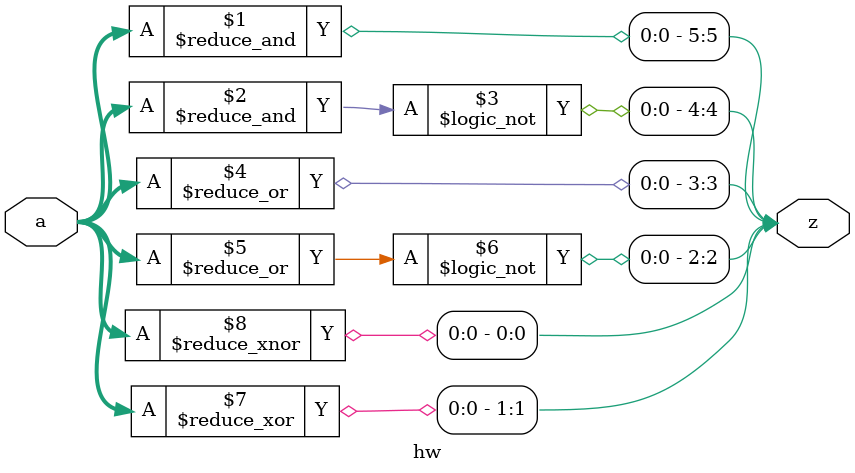
<source format=sv>
`timescale 1ns / 1ps


module hw(
    input logic [3:0] a,
    output logic [5:0] z);
    
    assign z[5] = &a;
    assign z[4] = ~&a;
    assign z[3] = |a;
    assign z[2] = ~|a;
    assign z[1] = ^a;
    assign z[0] = ~^a;
            
    
endmodule

</source>
